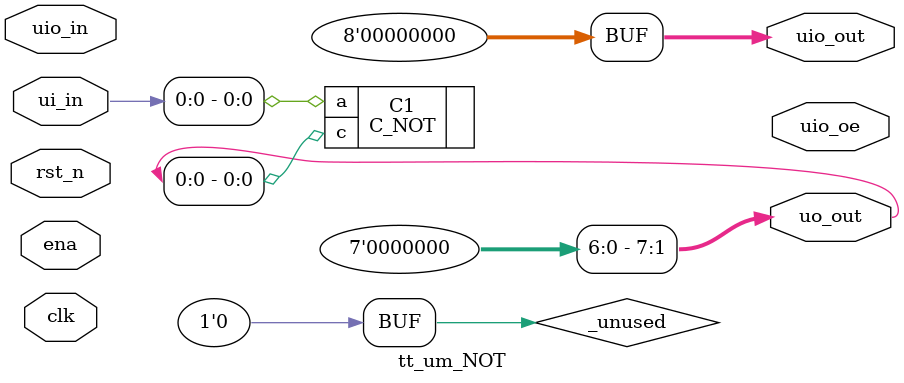
<source format=v>
/*
 * Copyright (c) 2024 Your Name
 * SPDX-License-Identifier: Apache-2.0
 */

`default_nettype none

module tt_um_NOT (
    input  wire [7:0] ui_in,    // Dedicated inputs
    output wire [7:0] uo_out,   // Dedicated outputs
    input  wire [7:0] uio_in,   // IOs: Input path
    output wire [7:0] uio_out,  // IOs: Output path
    output wire [7:0] uio_oe,   // IOs: Enable path (active high: 0=input, 1=output)
    input  wire       ena,      // always 1 when the design is powered, so you can ignore it
    input  wire       clk,      // clock
    input  wire       rst_n     // reset_n - low to reset
);

 // All output pins must be assigned. If not used, assign to 0.
  C_NOT C1 (.a(ui_in[0]), .c(uo_out[0]));
    assign uo_out [7:1] = 7'b0;
    
    assign uio_out [7:0] = 8'b0;
   // assign uio_oe [7:0] = 8'b0;

  // List all unused inputs to prevent warnings
    wire _unused = &{ena, clk, rst_n, ui_in [7:1], uio_in [7:0], 1'b0};


endmodule

</source>
